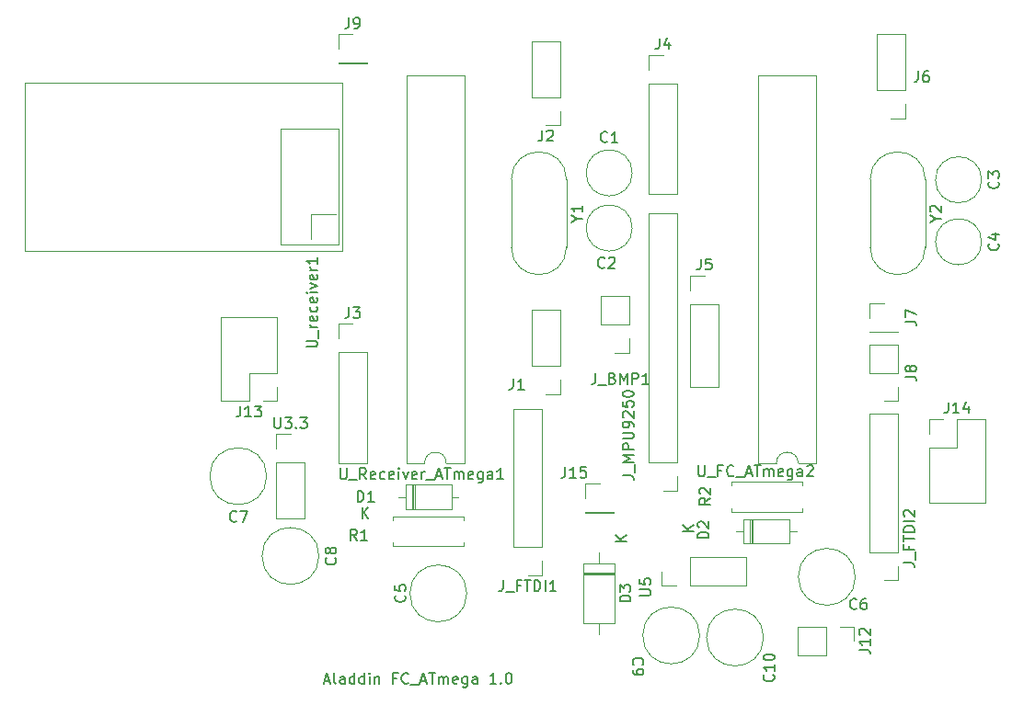
<source format=gto>
G04 #@! TF.GenerationSoftware,KiCad,Pcbnew,(5.1.4)-1*
G04 #@! TF.CreationDate,2020-08-26T09:44:50+02:00*
G04 #@! TF.ProjectId,flight_controler,666c6967-6874-45f6-936f-6e74726f6c65,rev?*
G04 #@! TF.SameCoordinates,Original*
G04 #@! TF.FileFunction,Legend,Top*
G04 #@! TF.FilePolarity,Positive*
%FSLAX46Y46*%
G04 Gerber Fmt 4.6, Leading zero omitted, Abs format (unit mm)*
G04 Created by KiCad (PCBNEW (5.1.4)-1) date 2020-08-26 09:44:50*
%MOMM*%
%LPD*%
G04 APERTURE LIST*
%ADD10C,0.150000*%
%ADD11C,0.120000*%
G04 APERTURE END LIST*
D10*
X176483452Y-138215666D02*
X176959642Y-138215666D01*
X176388214Y-138501380D02*
X176721547Y-137501380D01*
X177054880Y-138501380D01*
X177531071Y-138501380D02*
X177435833Y-138453761D01*
X177388214Y-138358523D01*
X177388214Y-137501380D01*
X178340595Y-138501380D02*
X178340595Y-137977571D01*
X178292976Y-137882333D01*
X178197738Y-137834714D01*
X178007261Y-137834714D01*
X177912023Y-137882333D01*
X178340595Y-138453761D02*
X178245357Y-138501380D01*
X178007261Y-138501380D01*
X177912023Y-138453761D01*
X177864404Y-138358523D01*
X177864404Y-138263285D01*
X177912023Y-138168047D01*
X178007261Y-138120428D01*
X178245357Y-138120428D01*
X178340595Y-138072809D01*
X179245357Y-138501380D02*
X179245357Y-137501380D01*
X179245357Y-138453761D02*
X179150119Y-138501380D01*
X178959642Y-138501380D01*
X178864404Y-138453761D01*
X178816785Y-138406142D01*
X178769166Y-138310904D01*
X178769166Y-138025190D01*
X178816785Y-137929952D01*
X178864404Y-137882333D01*
X178959642Y-137834714D01*
X179150119Y-137834714D01*
X179245357Y-137882333D01*
X180150119Y-138501380D02*
X180150119Y-137501380D01*
X180150119Y-138453761D02*
X180054880Y-138501380D01*
X179864404Y-138501380D01*
X179769166Y-138453761D01*
X179721547Y-138406142D01*
X179673928Y-138310904D01*
X179673928Y-138025190D01*
X179721547Y-137929952D01*
X179769166Y-137882333D01*
X179864404Y-137834714D01*
X180054880Y-137834714D01*
X180150119Y-137882333D01*
X180626309Y-138501380D02*
X180626309Y-137834714D01*
X180626309Y-137501380D02*
X180578690Y-137549000D01*
X180626309Y-137596619D01*
X180673928Y-137549000D01*
X180626309Y-137501380D01*
X180626309Y-137596619D01*
X181102500Y-137834714D02*
X181102500Y-138501380D01*
X181102500Y-137929952D02*
X181150119Y-137882333D01*
X181245357Y-137834714D01*
X181388214Y-137834714D01*
X181483452Y-137882333D01*
X181531071Y-137977571D01*
X181531071Y-138501380D01*
X183102500Y-137977571D02*
X182769166Y-137977571D01*
X182769166Y-138501380D02*
X182769166Y-137501380D01*
X183245357Y-137501380D01*
X184197738Y-138406142D02*
X184150119Y-138453761D01*
X184007261Y-138501380D01*
X183912023Y-138501380D01*
X183769166Y-138453761D01*
X183673928Y-138358523D01*
X183626309Y-138263285D01*
X183578690Y-138072809D01*
X183578690Y-137929952D01*
X183626309Y-137739476D01*
X183673928Y-137644238D01*
X183769166Y-137549000D01*
X183912023Y-137501380D01*
X184007261Y-137501380D01*
X184150119Y-137549000D01*
X184197738Y-137596619D01*
X184388214Y-138596619D02*
X185150119Y-138596619D01*
X185340595Y-138215666D02*
X185816785Y-138215666D01*
X185245357Y-138501380D02*
X185578690Y-137501380D01*
X185912023Y-138501380D01*
X186102500Y-137501380D02*
X186673928Y-137501380D01*
X186388214Y-138501380D02*
X186388214Y-137501380D01*
X187007261Y-138501380D02*
X187007261Y-137834714D01*
X187007261Y-137929952D02*
X187054880Y-137882333D01*
X187150119Y-137834714D01*
X187292976Y-137834714D01*
X187388214Y-137882333D01*
X187435833Y-137977571D01*
X187435833Y-138501380D01*
X187435833Y-137977571D02*
X187483452Y-137882333D01*
X187578690Y-137834714D01*
X187721547Y-137834714D01*
X187816785Y-137882333D01*
X187864404Y-137977571D01*
X187864404Y-138501380D01*
X188721547Y-138453761D02*
X188626309Y-138501380D01*
X188435833Y-138501380D01*
X188340595Y-138453761D01*
X188292976Y-138358523D01*
X188292976Y-137977571D01*
X188340595Y-137882333D01*
X188435833Y-137834714D01*
X188626309Y-137834714D01*
X188721547Y-137882333D01*
X188769166Y-137977571D01*
X188769166Y-138072809D01*
X188292976Y-138168047D01*
X189626309Y-137834714D02*
X189626309Y-138644238D01*
X189578690Y-138739476D01*
X189531071Y-138787095D01*
X189435833Y-138834714D01*
X189292976Y-138834714D01*
X189197738Y-138787095D01*
X189626309Y-138453761D02*
X189531071Y-138501380D01*
X189340595Y-138501380D01*
X189245357Y-138453761D01*
X189197738Y-138406142D01*
X189150119Y-138310904D01*
X189150119Y-138025190D01*
X189197738Y-137929952D01*
X189245357Y-137882333D01*
X189340595Y-137834714D01*
X189531071Y-137834714D01*
X189626309Y-137882333D01*
X190531071Y-138501380D02*
X190531071Y-137977571D01*
X190483452Y-137882333D01*
X190388214Y-137834714D01*
X190197738Y-137834714D01*
X190102500Y-137882333D01*
X190531071Y-138453761D02*
X190435833Y-138501380D01*
X190197738Y-138501380D01*
X190102500Y-138453761D01*
X190054880Y-138358523D01*
X190054880Y-138263285D01*
X190102500Y-138168047D01*
X190197738Y-138120428D01*
X190435833Y-138120428D01*
X190531071Y-138072809D01*
X192292976Y-138501380D02*
X191721547Y-138501380D01*
X192007261Y-138501380D02*
X192007261Y-137501380D01*
X191912023Y-137644238D01*
X191816785Y-137739476D01*
X191721547Y-137787095D01*
X192721547Y-138406142D02*
X192769166Y-138453761D01*
X192721547Y-138501380D01*
X192673928Y-138453761D01*
X192721547Y-138406142D01*
X192721547Y-138501380D01*
X193388214Y-137501380D02*
X193483452Y-137501380D01*
X193578690Y-137549000D01*
X193626309Y-137596619D01*
X193673928Y-137691857D01*
X193721547Y-137882333D01*
X193721547Y-138120428D01*
X193673928Y-138310904D01*
X193626309Y-138406142D01*
X193578690Y-138453761D01*
X193483452Y-138501380D01*
X193388214Y-138501380D01*
X193292976Y-138453761D01*
X193245357Y-138406142D01*
X193197738Y-138310904D01*
X193150119Y-138120428D01*
X193150119Y-137882333D01*
X193197738Y-137691857D01*
X193245357Y-137596619D01*
X193292976Y-137549000D01*
X193388214Y-137501380D01*
D11*
X200473000Y-120082000D02*
X201803000Y-120082000D01*
X200473000Y-121412000D02*
X200473000Y-120082000D01*
X200473000Y-122682000D02*
X203133000Y-122682000D01*
X203133000Y-122682000D02*
X203133000Y-122742000D01*
X200473000Y-122682000D02*
X200473000Y-122742000D01*
X200473000Y-122742000D02*
X203133000Y-122742000D01*
X203209500Y-128235000D02*
X200269500Y-128235000D01*
X203209500Y-128475000D02*
X200269500Y-128475000D01*
X203209500Y-128355000D02*
X200269500Y-128355000D01*
X201739500Y-133915000D02*
X201739500Y-132895000D01*
X201739500Y-126435000D02*
X201739500Y-127455000D01*
X203209500Y-132895000D02*
X203209500Y-127455000D01*
X200269500Y-132895000D02*
X203209500Y-132895000D01*
X200269500Y-127455000D02*
X200269500Y-132895000D01*
X203209500Y-127455000D02*
X200269500Y-127455000D01*
X198740000Y-92035000D02*
X198740000Y-98285000D01*
X193690000Y-92035000D02*
X193690000Y-98285000D01*
X193690000Y-92035000D02*
G75*
G02X198740000Y-92035000I2525000J0D01*
G01*
X193690000Y-98285000D02*
G75*
G03X198740000Y-98285000I2525000J0D01*
G01*
X210125000Y-111185000D02*
X212785000Y-111185000D01*
X210125000Y-103505000D02*
X210125000Y-111185000D01*
X212785000Y-103505000D02*
X212785000Y-111185000D01*
X210125000Y-103505000D02*
X212785000Y-103505000D01*
X210125000Y-102235000D02*
X210125000Y-100905000D01*
X210125000Y-100905000D02*
X211455000Y-100905000D01*
X204800000Y-91440000D02*
G75*
G03X204800000Y-91440000I-2120000J0D01*
G01*
X204800000Y-96520000D02*
G75*
G03X204800000Y-96520000I-2120000J0D01*
G01*
X236955000Y-92075000D02*
G75*
G03X236955000Y-92075000I-2120000J0D01*
G01*
X236955000Y-97790000D02*
G75*
G03X236955000Y-97790000I-2120000J0D01*
G01*
X189580000Y-130175000D02*
G75*
G03X189580000Y-130175000I-2620000J0D01*
G01*
X225330500Y-128651000D02*
G75*
G03X225330500Y-128651000I-2620000J0D01*
G01*
X171165000Y-119380000D02*
G75*
G03X171165000Y-119380000I-2620000J0D01*
G01*
X175975000Y-126730000D02*
G75*
G03X175975000Y-126730000I-2620000J0D01*
G01*
X211011000Y-134048500D02*
G75*
G03X211011000Y-134048500I-2620000J0D01*
G01*
X216885000Y-134239000D02*
G75*
G03X216885000Y-134239000I-2620000J0D01*
G01*
X184535000Y-120165000D02*
X184535000Y-122405000D01*
X184775000Y-120165000D02*
X184775000Y-122405000D01*
X184655000Y-120165000D02*
X184655000Y-122405000D01*
X188825000Y-121285000D02*
X188175000Y-121285000D01*
X183285000Y-121285000D02*
X183935000Y-121285000D01*
X188175000Y-120165000D02*
X183935000Y-120165000D01*
X188175000Y-122405000D02*
X188175000Y-120165000D01*
X183935000Y-122405000D02*
X188175000Y-122405000D01*
X183935000Y-120165000D02*
X183935000Y-122405000D01*
X215050000Y-123340000D02*
X215050000Y-125580000D01*
X215050000Y-125580000D02*
X219290000Y-125580000D01*
X219290000Y-125580000D02*
X219290000Y-123340000D01*
X219290000Y-123340000D02*
X215050000Y-123340000D01*
X214400000Y-124460000D02*
X215050000Y-124460000D01*
X219940000Y-124460000D02*
X219290000Y-124460000D01*
X215770000Y-123340000D02*
X215770000Y-125580000D01*
X215890000Y-123340000D02*
X215890000Y-125580000D01*
X215650000Y-123340000D02*
X215650000Y-125580000D01*
X198180000Y-104080000D02*
X195520000Y-104080000D01*
X198180000Y-109220000D02*
X198180000Y-104080000D01*
X195520000Y-109220000D02*
X195520000Y-104080000D01*
X198180000Y-109220000D02*
X195520000Y-109220000D01*
X198180000Y-110490000D02*
X198180000Y-111820000D01*
X198180000Y-111820000D02*
X196850000Y-111820000D01*
X198180000Y-87055000D02*
X196850000Y-87055000D01*
X198180000Y-85725000D02*
X198180000Y-87055000D01*
X198180000Y-84455000D02*
X195520000Y-84455000D01*
X195520000Y-84455000D02*
X195520000Y-79315000D01*
X198180000Y-84455000D02*
X198180000Y-79315000D01*
X198180000Y-79315000D02*
X195520000Y-79315000D01*
X177740000Y-105350000D02*
X179070000Y-105350000D01*
X177740000Y-106680000D02*
X177740000Y-105350000D01*
X177740000Y-107950000D02*
X180400000Y-107950000D01*
X180400000Y-107950000D02*
X180400000Y-118170000D01*
X177740000Y-107950000D02*
X177740000Y-118170000D01*
X177740000Y-118170000D02*
X180400000Y-118170000D01*
X206315000Y-93405000D02*
X208975000Y-93405000D01*
X206315000Y-83185000D02*
X206315000Y-93405000D01*
X208975000Y-83185000D02*
X208975000Y-93405000D01*
X206315000Y-83185000D02*
X208975000Y-83185000D01*
X206315000Y-81915000D02*
X206315000Y-80585000D01*
X206315000Y-80585000D02*
X207645000Y-80585000D01*
X229930000Y-78680000D02*
X227270000Y-78680000D01*
X229930000Y-83820000D02*
X229930000Y-78680000D01*
X227270000Y-83820000D02*
X227270000Y-78680000D01*
X229930000Y-83820000D02*
X227270000Y-83820000D01*
X229930000Y-85090000D02*
X229930000Y-86420000D01*
X229930000Y-86420000D02*
X228600000Y-86420000D01*
X226635000Y-106105000D02*
X229295000Y-106105000D01*
X226635000Y-106045000D02*
X226635000Y-106105000D01*
X229295000Y-106045000D02*
X229295000Y-106105000D01*
X226635000Y-106045000D02*
X229295000Y-106045000D01*
X226635000Y-104775000D02*
X226635000Y-103445000D01*
X226635000Y-103445000D02*
X227965000Y-103445000D01*
X229295000Y-107255000D02*
X226635000Y-107255000D01*
X229295000Y-109855000D02*
X229295000Y-107255000D01*
X226635000Y-109855000D02*
X226635000Y-107255000D01*
X229295000Y-109855000D02*
X226635000Y-109855000D01*
X229295000Y-111125000D02*
X229295000Y-112455000D01*
X229295000Y-112455000D02*
X227965000Y-112455000D01*
X177740000Y-78680000D02*
X179070000Y-78680000D01*
X177740000Y-80010000D02*
X177740000Y-78680000D01*
X177740000Y-81280000D02*
X180400000Y-81280000D01*
X180400000Y-81280000D02*
X180400000Y-81340000D01*
X177740000Y-81280000D02*
X177740000Y-81340000D01*
X177740000Y-81340000D02*
X180400000Y-81340000D01*
X225231000Y-133226500D02*
X225231000Y-134556500D01*
X223901000Y-133226500D02*
X225231000Y-133226500D01*
X222631000Y-133226500D02*
X222631000Y-135886500D01*
X222631000Y-135886500D02*
X220031000Y-135886500D01*
X222631000Y-133226500D02*
X220031000Y-133226500D01*
X220031000Y-133226500D02*
X220031000Y-135886500D01*
X172145000Y-112455000D02*
X170815000Y-112455000D01*
X172145000Y-111125000D02*
X172145000Y-112455000D01*
X169545000Y-112455000D02*
X166945000Y-112455000D01*
X169545000Y-109855000D02*
X169545000Y-112455000D01*
X172145000Y-109855000D02*
X169545000Y-109855000D01*
X166945000Y-112455000D02*
X166945000Y-104715000D01*
X172145000Y-109855000D02*
X172145000Y-104715000D01*
X172145000Y-104715000D02*
X166945000Y-104715000D01*
X232096000Y-121853000D02*
X237296000Y-121853000D01*
X232096000Y-116713000D02*
X232096000Y-121853000D01*
X237296000Y-114113000D02*
X237296000Y-121853000D01*
X232096000Y-116713000D02*
X234696000Y-116713000D01*
X234696000Y-116713000D02*
X234696000Y-114113000D01*
X234696000Y-114113000D02*
X237296000Y-114113000D01*
X232096000Y-115443000D02*
X232096000Y-114113000D01*
X232096000Y-114113000D02*
X233426000Y-114113000D01*
X204530000Y-102810000D02*
X201870000Y-102810000D01*
X204530000Y-105410000D02*
X204530000Y-102810000D01*
X201870000Y-105410000D02*
X201870000Y-102810000D01*
X204530000Y-105410000D02*
X201870000Y-105410000D01*
X204530000Y-106680000D02*
X204530000Y-108010000D01*
X204530000Y-108010000D02*
X203200000Y-108010000D01*
X196529000Y-113160500D02*
X193869000Y-113160500D01*
X196529000Y-125920500D02*
X196529000Y-113160500D01*
X193869000Y-125920500D02*
X193869000Y-113160500D01*
X196529000Y-125920500D02*
X193869000Y-125920500D01*
X196529000Y-127190500D02*
X196529000Y-128520500D01*
X196529000Y-128520500D02*
X195199000Y-128520500D01*
X229295000Y-128965000D02*
X227965000Y-128965000D01*
X229295000Y-127635000D02*
X229295000Y-128965000D01*
X229295000Y-126365000D02*
X226635000Y-126365000D01*
X226635000Y-126365000D02*
X226635000Y-113605000D01*
X229295000Y-126365000D02*
X229295000Y-113605000D01*
X229295000Y-113605000D02*
X226635000Y-113605000D01*
X208975000Y-95190000D02*
X206315000Y-95190000D01*
X208975000Y-118110000D02*
X208975000Y-95190000D01*
X206315000Y-118110000D02*
X206315000Y-95190000D01*
X208975000Y-118110000D02*
X206315000Y-118110000D01*
X208975000Y-119380000D02*
X208975000Y-120710000D01*
X208975000Y-120710000D02*
X207645000Y-120710000D01*
X189325000Y-125500000D02*
X189325000Y-125830000D01*
X189325000Y-125830000D02*
X182785000Y-125830000D01*
X182785000Y-125830000D02*
X182785000Y-125500000D01*
X189325000Y-123420000D02*
X189325000Y-123090000D01*
X189325000Y-123090000D02*
X182785000Y-123090000D01*
X182785000Y-123090000D02*
X182785000Y-123420000D01*
X220440000Y-122655000D02*
X220440000Y-122325000D01*
X213900000Y-122655000D02*
X220440000Y-122655000D01*
X213900000Y-122325000D02*
X213900000Y-122655000D01*
X220440000Y-119915000D02*
X220440000Y-120245000D01*
X213900000Y-119915000D02*
X220440000Y-119915000D01*
X213900000Y-120245000D02*
X213900000Y-119915000D01*
X172025000Y-123250000D02*
X174685000Y-123250000D01*
X172025000Y-118110000D02*
X172025000Y-123250000D01*
X174685000Y-118110000D02*
X174685000Y-123250000D01*
X172025000Y-118110000D02*
X174685000Y-118110000D01*
X172025000Y-116840000D02*
X172025000Y-115510000D01*
X172025000Y-115510000D02*
X173355000Y-115510000D01*
X207521500Y-129473000D02*
X207521500Y-128143000D01*
X208851500Y-129473000D02*
X207521500Y-129473000D01*
X210121500Y-129473000D02*
X210121500Y-126813000D01*
X210121500Y-126813000D02*
X215261500Y-126813000D01*
X210121500Y-129473000D02*
X215261500Y-129473000D01*
X215261500Y-129473000D02*
X215261500Y-126813000D01*
X218075000Y-118170000D02*
G75*
G02X220075000Y-118170000I1000000J0D01*
G01*
X220075000Y-118170000D02*
X221725000Y-118170000D01*
X221725000Y-118170000D02*
X221725000Y-82490000D01*
X221725000Y-82490000D02*
X216425000Y-82490000D01*
X216425000Y-82490000D02*
X216425000Y-118170000D01*
X216425000Y-118170000D02*
X218075000Y-118170000D01*
X177800000Y-98044000D02*
X172466000Y-98044000D01*
X172466000Y-98044000D02*
X172466000Y-87376000D01*
X172466000Y-87376000D02*
X177800000Y-87376000D01*
X177800000Y-87376000D02*
X177800000Y-87376000D01*
X175260000Y-97536000D02*
X175260000Y-95250000D01*
X175260000Y-95250000D02*
X177546000Y-95250000D01*
X177546000Y-95250000D02*
X177546000Y-95250000D01*
X178130000Y-98620000D02*
X148930000Y-98620000D01*
X148930000Y-98620000D02*
X148930000Y-83170000D01*
X148930000Y-83170000D02*
X178130000Y-83170000D01*
X178130000Y-83170000D02*
X178130000Y-98620000D01*
X178130000Y-98620000D02*
X178130000Y-98620000D01*
X177800000Y-87376000D02*
X177800000Y-98044000D01*
X177800000Y-98044000D02*
X177800000Y-98044000D01*
X184040000Y-118170000D02*
X185690000Y-118170000D01*
X184040000Y-82490000D02*
X184040000Y-118170000D01*
X189340000Y-82490000D02*
X184040000Y-82490000D01*
X189340000Y-118170000D02*
X189340000Y-82490000D01*
X187690000Y-118170000D02*
X189340000Y-118170000D01*
X185690000Y-118170000D02*
G75*
G02X187690000Y-118170000I1000000J0D01*
G01*
X226710000Y-98285000D02*
G75*
G03X231760000Y-98285000I2525000J0D01*
G01*
X226710000Y-92035000D02*
G75*
G02X231760000Y-92035000I2525000J0D01*
G01*
X226710000Y-92035000D02*
X226710000Y-98285000D01*
X231760000Y-92035000D02*
X231760000Y-98285000D01*
D10*
X198643976Y-118514880D02*
X198643976Y-119229166D01*
X198596357Y-119372023D01*
X198501119Y-119467261D01*
X198358261Y-119514880D01*
X198263023Y-119514880D01*
X199643976Y-119514880D02*
X199072547Y-119514880D01*
X199358261Y-119514880D02*
X199358261Y-118514880D01*
X199263023Y-118657738D01*
X199167785Y-118752976D01*
X199072547Y-118800595D01*
X200548738Y-118514880D02*
X200072547Y-118514880D01*
X200024928Y-118991071D01*
X200072547Y-118943452D01*
X200167785Y-118895833D01*
X200405880Y-118895833D01*
X200501119Y-118943452D01*
X200548738Y-118991071D01*
X200596357Y-119086309D01*
X200596357Y-119324404D01*
X200548738Y-119419642D01*
X200501119Y-119467261D01*
X200405880Y-119514880D01*
X200167785Y-119514880D01*
X200072547Y-119467261D01*
X200024928Y-119419642D01*
X204661880Y-130913095D02*
X203661880Y-130913095D01*
X203661880Y-130675000D01*
X203709500Y-130532142D01*
X203804738Y-130436904D01*
X203899976Y-130389285D01*
X204090452Y-130341666D01*
X204233309Y-130341666D01*
X204423785Y-130389285D01*
X204519023Y-130436904D01*
X204614261Y-130532142D01*
X204661880Y-130675000D01*
X204661880Y-130913095D01*
X203661880Y-130008333D02*
X203661880Y-129389285D01*
X204042833Y-129722619D01*
X204042833Y-129579761D01*
X204090452Y-129484523D01*
X204138071Y-129436904D01*
X204233309Y-129389285D01*
X204471404Y-129389285D01*
X204566642Y-129436904D01*
X204614261Y-129484523D01*
X204661880Y-129579761D01*
X204661880Y-129865476D01*
X204614261Y-129960714D01*
X204566642Y-130008333D01*
X204291880Y-125356904D02*
X203291880Y-125356904D01*
X204291880Y-124785476D02*
X203720452Y-125214047D01*
X203291880Y-124785476D02*
X203863309Y-125356904D01*
X199716190Y-95636190D02*
X200192380Y-95636190D01*
X199192380Y-95969523D02*
X199716190Y-95636190D01*
X199192380Y-95302857D01*
X200192380Y-94445714D02*
X200192380Y-95017142D01*
X200192380Y-94731428D02*
X199192380Y-94731428D01*
X199335238Y-94826666D01*
X199430476Y-94921904D01*
X199478095Y-95017142D01*
X211121666Y-99357380D02*
X211121666Y-100071666D01*
X211074047Y-100214523D01*
X210978809Y-100309761D01*
X210835952Y-100357380D01*
X210740714Y-100357380D01*
X212074047Y-99357380D02*
X211597857Y-99357380D01*
X211550238Y-99833571D01*
X211597857Y-99785952D01*
X211693095Y-99738333D01*
X211931190Y-99738333D01*
X212026428Y-99785952D01*
X212074047Y-99833571D01*
X212121666Y-99928809D01*
X212121666Y-100166904D01*
X212074047Y-100262142D01*
X212026428Y-100309761D01*
X211931190Y-100357380D01*
X211693095Y-100357380D01*
X211597857Y-100309761D01*
X211550238Y-100262142D01*
X202513333Y-88547142D02*
X202465714Y-88594761D01*
X202322857Y-88642380D01*
X202227619Y-88642380D01*
X202084761Y-88594761D01*
X201989523Y-88499523D01*
X201941904Y-88404285D01*
X201894285Y-88213809D01*
X201894285Y-88070952D01*
X201941904Y-87880476D01*
X201989523Y-87785238D01*
X202084761Y-87690000D01*
X202227619Y-87642380D01*
X202322857Y-87642380D01*
X202465714Y-87690000D01*
X202513333Y-87737619D01*
X203465714Y-88642380D02*
X202894285Y-88642380D01*
X203180000Y-88642380D02*
X203180000Y-87642380D01*
X203084761Y-87785238D01*
X202989523Y-87880476D01*
X202894285Y-87928095D01*
X202271333Y-100115642D02*
X202223714Y-100163261D01*
X202080857Y-100210880D01*
X201985619Y-100210880D01*
X201842761Y-100163261D01*
X201747523Y-100068023D01*
X201699904Y-99972785D01*
X201652285Y-99782309D01*
X201652285Y-99639452D01*
X201699904Y-99448976D01*
X201747523Y-99353738D01*
X201842761Y-99258500D01*
X201985619Y-99210880D01*
X202080857Y-99210880D01*
X202223714Y-99258500D01*
X202271333Y-99306119D01*
X202652285Y-99306119D02*
X202699904Y-99258500D01*
X202795142Y-99210880D01*
X203033238Y-99210880D01*
X203128476Y-99258500D01*
X203176095Y-99306119D01*
X203223714Y-99401357D01*
X203223714Y-99496595D01*
X203176095Y-99639452D01*
X202604666Y-100210880D01*
X203223714Y-100210880D01*
X238482142Y-92241666D02*
X238529761Y-92289285D01*
X238577380Y-92432142D01*
X238577380Y-92527380D01*
X238529761Y-92670238D01*
X238434523Y-92765476D01*
X238339285Y-92813095D01*
X238148809Y-92860714D01*
X238005952Y-92860714D01*
X237815476Y-92813095D01*
X237720238Y-92765476D01*
X237625000Y-92670238D01*
X237577380Y-92527380D01*
X237577380Y-92432142D01*
X237625000Y-92289285D01*
X237672619Y-92241666D01*
X237577380Y-91908333D02*
X237577380Y-91289285D01*
X237958333Y-91622619D01*
X237958333Y-91479761D01*
X238005952Y-91384523D01*
X238053571Y-91336904D01*
X238148809Y-91289285D01*
X238386904Y-91289285D01*
X238482142Y-91336904D01*
X238529761Y-91384523D01*
X238577380Y-91479761D01*
X238577380Y-91765476D01*
X238529761Y-91860714D01*
X238482142Y-91908333D01*
X238482142Y-97956666D02*
X238529761Y-98004285D01*
X238577380Y-98147142D01*
X238577380Y-98242380D01*
X238529761Y-98385238D01*
X238434523Y-98480476D01*
X238339285Y-98528095D01*
X238148809Y-98575714D01*
X238005952Y-98575714D01*
X237815476Y-98528095D01*
X237720238Y-98480476D01*
X237625000Y-98385238D01*
X237577380Y-98242380D01*
X237577380Y-98147142D01*
X237625000Y-98004285D01*
X237672619Y-97956666D01*
X237910714Y-97099523D02*
X238577380Y-97099523D01*
X237529761Y-97337619D02*
X238244047Y-97575714D01*
X238244047Y-96956666D01*
X183872142Y-130341666D02*
X183919761Y-130389285D01*
X183967380Y-130532142D01*
X183967380Y-130627380D01*
X183919761Y-130770238D01*
X183824523Y-130865476D01*
X183729285Y-130913095D01*
X183538809Y-130960714D01*
X183395952Y-130960714D01*
X183205476Y-130913095D01*
X183110238Y-130865476D01*
X183015000Y-130770238D01*
X182967380Y-130627380D01*
X182967380Y-130532142D01*
X183015000Y-130389285D01*
X183062619Y-130341666D01*
X182967380Y-129436904D02*
X182967380Y-129913095D01*
X183443571Y-129960714D01*
X183395952Y-129913095D01*
X183348333Y-129817857D01*
X183348333Y-129579761D01*
X183395952Y-129484523D01*
X183443571Y-129436904D01*
X183538809Y-129389285D01*
X183776904Y-129389285D01*
X183872142Y-129436904D01*
X183919761Y-129484523D01*
X183967380Y-129579761D01*
X183967380Y-129817857D01*
X183919761Y-129913095D01*
X183872142Y-129960714D01*
X225448833Y-131548142D02*
X225401214Y-131595761D01*
X225258357Y-131643380D01*
X225163119Y-131643380D01*
X225020261Y-131595761D01*
X224925023Y-131500523D01*
X224877404Y-131405285D01*
X224829785Y-131214809D01*
X224829785Y-131071952D01*
X224877404Y-130881476D01*
X224925023Y-130786238D01*
X225020261Y-130691000D01*
X225163119Y-130643380D01*
X225258357Y-130643380D01*
X225401214Y-130691000D01*
X225448833Y-130738619D01*
X226305976Y-130643380D02*
X226115500Y-130643380D01*
X226020261Y-130691000D01*
X225972642Y-130738619D01*
X225877404Y-130881476D01*
X225829785Y-131071952D01*
X225829785Y-131452904D01*
X225877404Y-131548142D01*
X225925023Y-131595761D01*
X226020261Y-131643380D01*
X226210738Y-131643380D01*
X226305976Y-131595761D01*
X226353595Y-131548142D01*
X226401214Y-131452904D01*
X226401214Y-131214809D01*
X226353595Y-131119571D01*
X226305976Y-131071952D01*
X226210738Y-131024333D01*
X226020261Y-131024333D01*
X225925023Y-131071952D01*
X225877404Y-131119571D01*
X225829785Y-131214809D01*
X168378333Y-123487142D02*
X168330714Y-123534761D01*
X168187857Y-123582380D01*
X168092619Y-123582380D01*
X167949761Y-123534761D01*
X167854523Y-123439523D01*
X167806904Y-123344285D01*
X167759285Y-123153809D01*
X167759285Y-123010952D01*
X167806904Y-122820476D01*
X167854523Y-122725238D01*
X167949761Y-122630000D01*
X168092619Y-122582380D01*
X168187857Y-122582380D01*
X168330714Y-122630000D01*
X168378333Y-122677619D01*
X168711666Y-122582380D02*
X169378333Y-122582380D01*
X168949761Y-123582380D01*
X177462142Y-126896666D02*
X177509761Y-126944285D01*
X177557380Y-127087142D01*
X177557380Y-127182380D01*
X177509761Y-127325238D01*
X177414523Y-127420476D01*
X177319285Y-127468095D01*
X177128809Y-127515714D01*
X176985952Y-127515714D01*
X176795476Y-127468095D01*
X176700238Y-127420476D01*
X176605000Y-127325238D01*
X176557380Y-127182380D01*
X176557380Y-127087142D01*
X176605000Y-126944285D01*
X176652619Y-126896666D01*
X176985952Y-126325238D02*
X176938333Y-126420476D01*
X176890714Y-126468095D01*
X176795476Y-126515714D01*
X176747857Y-126515714D01*
X176652619Y-126468095D01*
X176605000Y-126420476D01*
X176557380Y-126325238D01*
X176557380Y-126134761D01*
X176605000Y-126039523D01*
X176652619Y-125991904D01*
X176747857Y-125944285D01*
X176795476Y-125944285D01*
X176890714Y-125991904D01*
X176938333Y-126039523D01*
X176985952Y-126134761D01*
X176985952Y-126325238D01*
X177033571Y-126420476D01*
X177081190Y-126468095D01*
X177176428Y-126515714D01*
X177366904Y-126515714D01*
X177462142Y-126468095D01*
X177509761Y-126420476D01*
X177557380Y-126325238D01*
X177557380Y-126134761D01*
X177509761Y-126039523D01*
X177462142Y-125991904D01*
X177366904Y-125944285D01*
X177176428Y-125944285D01*
X177081190Y-125991904D01*
X177033571Y-126039523D01*
X176985952Y-126134761D01*
X204938357Y-136739333D02*
X204890738Y-136691714D01*
X204843119Y-136548857D01*
X204843119Y-136453619D01*
X204890738Y-136310761D01*
X204985976Y-136215523D01*
X205081214Y-136167904D01*
X205271690Y-136120285D01*
X205414547Y-136120285D01*
X205605023Y-136167904D01*
X205700261Y-136215523D01*
X205795500Y-136310761D01*
X205843119Y-136453619D01*
X205843119Y-136548857D01*
X205795500Y-136691714D01*
X205747880Y-136739333D01*
X204843119Y-137215523D02*
X204843119Y-137406000D01*
X204890738Y-137501238D01*
X204938357Y-137548857D01*
X205081214Y-137644095D01*
X205271690Y-137691714D01*
X205652642Y-137691714D01*
X205747880Y-137644095D01*
X205795500Y-137596476D01*
X205843119Y-137501238D01*
X205843119Y-137310761D01*
X205795500Y-137215523D01*
X205747880Y-137167904D01*
X205652642Y-137120285D01*
X205414547Y-137120285D01*
X205319309Y-137167904D01*
X205271690Y-137215523D01*
X205224071Y-137310761D01*
X205224071Y-137501238D01*
X205271690Y-137596476D01*
X205319309Y-137644095D01*
X205414547Y-137691714D01*
X217781142Y-137675857D02*
X217828761Y-137723476D01*
X217876380Y-137866333D01*
X217876380Y-137961571D01*
X217828761Y-138104428D01*
X217733523Y-138199666D01*
X217638285Y-138247285D01*
X217447809Y-138294904D01*
X217304952Y-138294904D01*
X217114476Y-138247285D01*
X217019238Y-138199666D01*
X216924000Y-138104428D01*
X216876380Y-137961571D01*
X216876380Y-137866333D01*
X216924000Y-137723476D01*
X216971619Y-137675857D01*
X217876380Y-136723476D02*
X217876380Y-137294904D01*
X217876380Y-137009190D02*
X216876380Y-137009190D01*
X217019238Y-137104428D01*
X217114476Y-137199666D01*
X217162095Y-137294904D01*
X216876380Y-136104428D02*
X216876380Y-136009190D01*
X216924000Y-135913952D01*
X216971619Y-135866333D01*
X217066857Y-135818714D01*
X217257333Y-135771095D01*
X217495428Y-135771095D01*
X217685904Y-135818714D01*
X217781142Y-135866333D01*
X217828761Y-135913952D01*
X217876380Y-136009190D01*
X217876380Y-136104428D01*
X217828761Y-136199666D01*
X217781142Y-136247285D01*
X217685904Y-136294904D01*
X217495428Y-136342523D01*
X217257333Y-136342523D01*
X217066857Y-136294904D01*
X216971619Y-136247285D01*
X216924000Y-136199666D01*
X216876380Y-136104428D01*
X179538404Y-121737380D02*
X179538404Y-120737380D01*
X179776500Y-120737380D01*
X179919357Y-120785000D01*
X180014595Y-120880238D01*
X180062214Y-120975476D01*
X180109833Y-121165952D01*
X180109833Y-121308809D01*
X180062214Y-121499285D01*
X180014595Y-121594523D01*
X179919357Y-121689761D01*
X179776500Y-121737380D01*
X179538404Y-121737380D01*
X181062214Y-121737380D02*
X180490785Y-121737380D01*
X180776500Y-121737380D02*
X180776500Y-120737380D01*
X180681261Y-120880238D01*
X180586023Y-120975476D01*
X180490785Y-121023095D01*
X179951095Y-123261380D02*
X179951095Y-122261380D01*
X180522523Y-123261380D02*
X180093952Y-122689952D01*
X180522523Y-122261380D02*
X179951095Y-122832809D01*
X211843880Y-125071095D02*
X210843880Y-125071095D01*
X210843880Y-124833000D01*
X210891500Y-124690142D01*
X210986738Y-124594904D01*
X211081976Y-124547285D01*
X211272452Y-124499666D01*
X211415309Y-124499666D01*
X211605785Y-124547285D01*
X211701023Y-124594904D01*
X211796261Y-124690142D01*
X211843880Y-124833000D01*
X211843880Y-125071095D01*
X210939119Y-124118714D02*
X210891500Y-124071095D01*
X210843880Y-123975857D01*
X210843880Y-123737761D01*
X210891500Y-123642523D01*
X210939119Y-123594904D01*
X211034357Y-123547285D01*
X211129595Y-123547285D01*
X211272452Y-123594904D01*
X211843880Y-124166333D01*
X211843880Y-123547285D01*
X210446880Y-124467904D02*
X209446880Y-124467904D01*
X210446880Y-123896476D02*
X209875452Y-124325047D01*
X209446880Y-123896476D02*
X210018309Y-124467904D01*
X193849666Y-110386880D02*
X193849666Y-111101166D01*
X193802047Y-111244023D01*
X193706809Y-111339261D01*
X193563952Y-111386880D01*
X193468714Y-111386880D01*
X194849666Y-111386880D02*
X194278238Y-111386880D01*
X194563952Y-111386880D02*
X194563952Y-110386880D01*
X194468714Y-110529738D01*
X194373476Y-110624976D01*
X194278238Y-110672595D01*
X196516666Y-87507380D02*
X196516666Y-88221666D01*
X196469047Y-88364523D01*
X196373809Y-88459761D01*
X196230952Y-88507380D01*
X196135714Y-88507380D01*
X196945238Y-87602619D02*
X196992857Y-87555000D01*
X197088095Y-87507380D01*
X197326190Y-87507380D01*
X197421428Y-87555000D01*
X197469047Y-87602619D01*
X197516666Y-87697857D01*
X197516666Y-87793095D01*
X197469047Y-87935952D01*
X196897619Y-88507380D01*
X197516666Y-88507380D01*
X178736666Y-103802380D02*
X178736666Y-104516666D01*
X178689047Y-104659523D01*
X178593809Y-104754761D01*
X178450952Y-104802380D01*
X178355714Y-104802380D01*
X179117619Y-103802380D02*
X179736666Y-103802380D01*
X179403333Y-104183333D01*
X179546190Y-104183333D01*
X179641428Y-104230952D01*
X179689047Y-104278571D01*
X179736666Y-104373809D01*
X179736666Y-104611904D01*
X179689047Y-104707142D01*
X179641428Y-104754761D01*
X179546190Y-104802380D01*
X179260476Y-104802380D01*
X179165238Y-104754761D01*
X179117619Y-104707142D01*
X207311666Y-79037380D02*
X207311666Y-79751666D01*
X207264047Y-79894523D01*
X207168809Y-79989761D01*
X207025952Y-80037380D01*
X206930714Y-80037380D01*
X208216428Y-79370714D02*
X208216428Y-80037380D01*
X207978333Y-78989761D02*
X207740238Y-79704047D01*
X208359285Y-79704047D01*
X231124166Y-82065880D02*
X231124166Y-82780166D01*
X231076547Y-82923023D01*
X230981309Y-83018261D01*
X230838452Y-83065880D01*
X230743214Y-83065880D01*
X232028928Y-82065880D02*
X231838452Y-82065880D01*
X231743214Y-82113500D01*
X231695595Y-82161119D01*
X231600357Y-82303976D01*
X231552738Y-82494452D01*
X231552738Y-82875404D01*
X231600357Y-82970642D01*
X231647976Y-83018261D01*
X231743214Y-83065880D01*
X231933690Y-83065880D01*
X232028928Y-83018261D01*
X232076547Y-82970642D01*
X232124166Y-82875404D01*
X232124166Y-82637309D01*
X232076547Y-82542071D01*
X232028928Y-82494452D01*
X231933690Y-82446833D01*
X231743214Y-82446833D01*
X231647976Y-82494452D01*
X231600357Y-82542071D01*
X231552738Y-82637309D01*
X229957380Y-105108333D02*
X230671666Y-105108333D01*
X230814523Y-105155952D01*
X230909761Y-105251190D01*
X230957380Y-105394047D01*
X230957380Y-105489285D01*
X229957380Y-104727380D02*
X229957380Y-104060714D01*
X230957380Y-104489285D01*
X229957380Y-110188333D02*
X230671666Y-110188333D01*
X230814523Y-110235952D01*
X230909761Y-110331190D01*
X230957380Y-110474047D01*
X230957380Y-110569285D01*
X230385952Y-109569285D02*
X230338333Y-109664523D01*
X230290714Y-109712142D01*
X230195476Y-109759761D01*
X230147857Y-109759761D01*
X230052619Y-109712142D01*
X230005000Y-109664523D01*
X229957380Y-109569285D01*
X229957380Y-109378809D01*
X230005000Y-109283571D01*
X230052619Y-109235952D01*
X230147857Y-109188333D01*
X230195476Y-109188333D01*
X230290714Y-109235952D01*
X230338333Y-109283571D01*
X230385952Y-109378809D01*
X230385952Y-109569285D01*
X230433571Y-109664523D01*
X230481190Y-109712142D01*
X230576428Y-109759761D01*
X230766904Y-109759761D01*
X230862142Y-109712142D01*
X230909761Y-109664523D01*
X230957380Y-109569285D01*
X230957380Y-109378809D01*
X230909761Y-109283571D01*
X230862142Y-109235952D01*
X230766904Y-109188333D01*
X230576428Y-109188333D01*
X230481190Y-109235952D01*
X230433571Y-109283571D01*
X230385952Y-109378809D01*
X178736666Y-77132380D02*
X178736666Y-77846666D01*
X178689047Y-77989523D01*
X178593809Y-78084761D01*
X178450952Y-78132380D01*
X178355714Y-78132380D01*
X179260476Y-78132380D02*
X179450952Y-78132380D01*
X179546190Y-78084761D01*
X179593809Y-78037142D01*
X179689047Y-77894285D01*
X179736666Y-77703809D01*
X179736666Y-77322857D01*
X179689047Y-77227619D01*
X179641428Y-77180000D01*
X179546190Y-77132380D01*
X179355714Y-77132380D01*
X179260476Y-77180000D01*
X179212857Y-77227619D01*
X179165238Y-77322857D01*
X179165238Y-77560952D01*
X179212857Y-77656190D01*
X179260476Y-77703809D01*
X179355714Y-77751428D01*
X179546190Y-77751428D01*
X179641428Y-77703809D01*
X179689047Y-77656190D01*
X179736666Y-77560952D01*
X225683380Y-135366023D02*
X226397666Y-135366023D01*
X226540523Y-135413642D01*
X226635761Y-135508880D01*
X226683380Y-135651738D01*
X226683380Y-135746976D01*
X226683380Y-134366023D02*
X226683380Y-134937452D01*
X226683380Y-134651738D02*
X225683380Y-134651738D01*
X225826238Y-134746976D01*
X225921476Y-134842214D01*
X225969095Y-134937452D01*
X225778619Y-133985071D02*
X225731000Y-133937452D01*
X225683380Y-133842214D01*
X225683380Y-133604119D01*
X225731000Y-133508880D01*
X225778619Y-133461261D01*
X225873857Y-133413642D01*
X225969095Y-133413642D01*
X226111952Y-133461261D01*
X226683380Y-134032690D01*
X226683380Y-133413642D01*
X168735476Y-112907380D02*
X168735476Y-113621666D01*
X168687857Y-113764523D01*
X168592619Y-113859761D01*
X168449761Y-113907380D01*
X168354523Y-113907380D01*
X169735476Y-113907380D02*
X169164047Y-113907380D01*
X169449761Y-113907380D02*
X169449761Y-112907380D01*
X169354523Y-113050238D01*
X169259285Y-113145476D01*
X169164047Y-113193095D01*
X170068809Y-112907380D02*
X170687857Y-112907380D01*
X170354523Y-113288333D01*
X170497380Y-113288333D01*
X170592619Y-113335952D01*
X170640238Y-113383571D01*
X170687857Y-113478809D01*
X170687857Y-113716904D01*
X170640238Y-113812142D01*
X170592619Y-113859761D01*
X170497380Y-113907380D01*
X170211666Y-113907380D01*
X170116428Y-113859761D01*
X170068809Y-113812142D01*
X233886476Y-112565380D02*
X233886476Y-113279666D01*
X233838857Y-113422523D01*
X233743619Y-113517761D01*
X233600761Y-113565380D01*
X233505523Y-113565380D01*
X234886476Y-113565380D02*
X234315047Y-113565380D01*
X234600761Y-113565380D02*
X234600761Y-112565380D01*
X234505523Y-112708238D01*
X234410285Y-112803476D01*
X234315047Y-112851095D01*
X235743619Y-112898714D02*
X235743619Y-113565380D01*
X235505523Y-112517761D02*
X235267428Y-113232047D01*
X235886476Y-113232047D01*
X201422285Y-109878880D02*
X201422285Y-110593166D01*
X201374666Y-110736023D01*
X201279428Y-110831261D01*
X201136571Y-110878880D01*
X201041333Y-110878880D01*
X201660380Y-110974119D02*
X202422285Y-110974119D01*
X202993714Y-110355071D02*
X203136571Y-110402690D01*
X203184190Y-110450309D01*
X203231809Y-110545547D01*
X203231809Y-110688404D01*
X203184190Y-110783642D01*
X203136571Y-110831261D01*
X203041333Y-110878880D01*
X202660380Y-110878880D01*
X202660380Y-109878880D01*
X202993714Y-109878880D01*
X203088952Y-109926500D01*
X203136571Y-109974119D01*
X203184190Y-110069357D01*
X203184190Y-110164595D01*
X203136571Y-110259833D01*
X203088952Y-110307452D01*
X202993714Y-110355071D01*
X202660380Y-110355071D01*
X203660380Y-110878880D02*
X203660380Y-109878880D01*
X203993714Y-110593166D01*
X204327047Y-109878880D01*
X204327047Y-110878880D01*
X204803238Y-110878880D02*
X204803238Y-109878880D01*
X205184190Y-109878880D01*
X205279428Y-109926500D01*
X205327047Y-109974119D01*
X205374666Y-110069357D01*
X205374666Y-110212214D01*
X205327047Y-110307452D01*
X205279428Y-110355071D01*
X205184190Y-110402690D01*
X204803238Y-110402690D01*
X206327047Y-110878880D02*
X205755619Y-110878880D01*
X206041333Y-110878880D02*
X206041333Y-109878880D01*
X205946095Y-110021738D01*
X205850857Y-110116976D01*
X205755619Y-110164595D01*
X192937095Y-128972880D02*
X192937095Y-129687166D01*
X192889476Y-129830023D01*
X192794238Y-129925261D01*
X192651380Y-129972880D01*
X192556142Y-129972880D01*
X193175190Y-130068119D02*
X193937095Y-130068119D01*
X194508523Y-129449071D02*
X194175190Y-129449071D01*
X194175190Y-129972880D02*
X194175190Y-128972880D01*
X194651380Y-128972880D01*
X194889476Y-128972880D02*
X195460904Y-128972880D01*
X195175190Y-129972880D02*
X195175190Y-128972880D01*
X195794238Y-129972880D02*
X195794238Y-128972880D01*
X196032333Y-128972880D01*
X196175190Y-129020500D01*
X196270428Y-129115738D01*
X196318047Y-129210976D01*
X196365666Y-129401452D01*
X196365666Y-129544309D01*
X196318047Y-129734785D01*
X196270428Y-129830023D01*
X196175190Y-129925261D01*
X196032333Y-129972880D01*
X195794238Y-129972880D01*
X196794238Y-129972880D02*
X196794238Y-128972880D01*
X197794238Y-129972880D02*
X197222809Y-129972880D01*
X197508523Y-129972880D02*
X197508523Y-128972880D01*
X197413285Y-129115738D01*
X197318047Y-129210976D01*
X197222809Y-129258595D01*
X229766880Y-127356904D02*
X230481166Y-127356904D01*
X230624023Y-127404523D01*
X230719261Y-127499761D01*
X230766880Y-127642619D01*
X230766880Y-127737857D01*
X230862119Y-127118809D02*
X230862119Y-126356904D01*
X230243071Y-125785476D02*
X230243071Y-126118809D01*
X230766880Y-126118809D02*
X229766880Y-126118809D01*
X229766880Y-125642619D01*
X229766880Y-125404523D02*
X229766880Y-124833095D01*
X230766880Y-125118809D02*
X229766880Y-125118809D01*
X230766880Y-124499761D02*
X229766880Y-124499761D01*
X229766880Y-124261666D01*
X229814500Y-124118809D01*
X229909738Y-124023571D01*
X230004976Y-123975952D01*
X230195452Y-123928333D01*
X230338309Y-123928333D01*
X230528785Y-123975952D01*
X230624023Y-124023571D01*
X230719261Y-124118809D01*
X230766880Y-124261666D01*
X230766880Y-124499761D01*
X230766880Y-123499761D02*
X229766880Y-123499761D01*
X229862119Y-123071190D02*
X229814500Y-123023571D01*
X229766880Y-122928333D01*
X229766880Y-122690238D01*
X229814500Y-122595000D01*
X229862119Y-122547380D01*
X229957357Y-122499761D01*
X230052595Y-122499761D01*
X230195452Y-122547380D01*
X230766880Y-123118809D01*
X230766880Y-122499761D01*
X203922380Y-119308095D02*
X204636666Y-119308095D01*
X204779523Y-119355714D01*
X204874761Y-119450952D01*
X204922380Y-119593809D01*
X204922380Y-119689047D01*
X205017619Y-119070000D02*
X205017619Y-118308095D01*
X204922380Y-118070000D02*
X203922380Y-118070000D01*
X204636666Y-117736666D01*
X203922380Y-117403333D01*
X204922380Y-117403333D01*
X204922380Y-116927142D02*
X203922380Y-116927142D01*
X203922380Y-116546190D01*
X203970000Y-116450952D01*
X204017619Y-116403333D01*
X204112857Y-116355714D01*
X204255714Y-116355714D01*
X204350952Y-116403333D01*
X204398571Y-116450952D01*
X204446190Y-116546190D01*
X204446190Y-116927142D01*
X203922380Y-115927142D02*
X204731904Y-115927142D01*
X204827142Y-115879523D01*
X204874761Y-115831904D01*
X204922380Y-115736666D01*
X204922380Y-115546190D01*
X204874761Y-115450952D01*
X204827142Y-115403333D01*
X204731904Y-115355714D01*
X203922380Y-115355714D01*
X204922380Y-114831904D02*
X204922380Y-114641428D01*
X204874761Y-114546190D01*
X204827142Y-114498571D01*
X204684285Y-114403333D01*
X204493809Y-114355714D01*
X204112857Y-114355714D01*
X204017619Y-114403333D01*
X203970000Y-114450952D01*
X203922380Y-114546190D01*
X203922380Y-114736666D01*
X203970000Y-114831904D01*
X204017619Y-114879523D01*
X204112857Y-114927142D01*
X204350952Y-114927142D01*
X204446190Y-114879523D01*
X204493809Y-114831904D01*
X204541428Y-114736666D01*
X204541428Y-114546190D01*
X204493809Y-114450952D01*
X204446190Y-114403333D01*
X204350952Y-114355714D01*
X204017619Y-113974761D02*
X203970000Y-113927142D01*
X203922380Y-113831904D01*
X203922380Y-113593809D01*
X203970000Y-113498571D01*
X204017619Y-113450952D01*
X204112857Y-113403333D01*
X204208095Y-113403333D01*
X204350952Y-113450952D01*
X204922380Y-114022380D01*
X204922380Y-113403333D01*
X203922380Y-112498571D02*
X203922380Y-112974761D01*
X204398571Y-113022380D01*
X204350952Y-112974761D01*
X204303333Y-112879523D01*
X204303333Y-112641428D01*
X204350952Y-112546190D01*
X204398571Y-112498571D01*
X204493809Y-112450952D01*
X204731904Y-112450952D01*
X204827142Y-112498571D01*
X204874761Y-112546190D01*
X204922380Y-112641428D01*
X204922380Y-112879523D01*
X204874761Y-112974761D01*
X204827142Y-113022380D01*
X203922380Y-111831904D02*
X203922380Y-111736666D01*
X203970000Y-111641428D01*
X204017619Y-111593809D01*
X204112857Y-111546190D01*
X204303333Y-111498571D01*
X204541428Y-111498571D01*
X204731904Y-111546190D01*
X204827142Y-111593809D01*
X204874761Y-111641428D01*
X204922380Y-111736666D01*
X204922380Y-111831904D01*
X204874761Y-111927142D01*
X204827142Y-111974761D01*
X204731904Y-112022380D01*
X204541428Y-112070000D01*
X204303333Y-112070000D01*
X204112857Y-112022380D01*
X204017619Y-111974761D01*
X203970000Y-111927142D01*
X203922380Y-111831904D01*
X179474833Y-125293380D02*
X179141500Y-124817190D01*
X178903404Y-125293380D02*
X178903404Y-124293380D01*
X179284357Y-124293380D01*
X179379595Y-124341000D01*
X179427214Y-124388619D01*
X179474833Y-124483857D01*
X179474833Y-124626714D01*
X179427214Y-124721952D01*
X179379595Y-124769571D01*
X179284357Y-124817190D01*
X178903404Y-124817190D01*
X180427214Y-125293380D02*
X179855785Y-125293380D01*
X180141500Y-125293380D02*
X180141500Y-124293380D01*
X180046261Y-124436238D01*
X179951023Y-124531476D01*
X179855785Y-124579095D01*
X211970880Y-121388166D02*
X211494690Y-121721500D01*
X211970880Y-121959595D02*
X210970880Y-121959595D01*
X210970880Y-121578642D01*
X211018500Y-121483404D01*
X211066119Y-121435785D01*
X211161357Y-121388166D01*
X211304214Y-121388166D01*
X211399452Y-121435785D01*
X211447071Y-121483404D01*
X211494690Y-121578642D01*
X211494690Y-121959595D01*
X211066119Y-121007214D02*
X211018500Y-120959595D01*
X210970880Y-120864357D01*
X210970880Y-120626261D01*
X211018500Y-120531023D01*
X211066119Y-120483404D01*
X211161357Y-120435785D01*
X211256595Y-120435785D01*
X211399452Y-120483404D01*
X211970880Y-121054833D01*
X211970880Y-120435785D01*
X171878809Y-113962380D02*
X171878809Y-114771904D01*
X171926428Y-114867142D01*
X171974047Y-114914761D01*
X172069285Y-114962380D01*
X172259761Y-114962380D01*
X172355000Y-114914761D01*
X172402619Y-114867142D01*
X172450238Y-114771904D01*
X172450238Y-113962380D01*
X172831190Y-113962380D02*
X173450238Y-113962380D01*
X173116904Y-114343333D01*
X173259761Y-114343333D01*
X173355000Y-114390952D01*
X173402619Y-114438571D01*
X173450238Y-114533809D01*
X173450238Y-114771904D01*
X173402619Y-114867142D01*
X173355000Y-114914761D01*
X173259761Y-114962380D01*
X172974047Y-114962380D01*
X172878809Y-114914761D01*
X172831190Y-114867142D01*
X173878809Y-114867142D02*
X173926428Y-114914761D01*
X173878809Y-114962380D01*
X173831190Y-114914761D01*
X173878809Y-114867142D01*
X173878809Y-114962380D01*
X174259761Y-113962380D02*
X174878809Y-113962380D01*
X174545476Y-114343333D01*
X174688333Y-114343333D01*
X174783571Y-114390952D01*
X174831190Y-114438571D01*
X174878809Y-114533809D01*
X174878809Y-114771904D01*
X174831190Y-114867142D01*
X174783571Y-114914761D01*
X174688333Y-114962380D01*
X174402619Y-114962380D01*
X174307380Y-114914761D01*
X174259761Y-114867142D01*
X205509880Y-130365404D02*
X206319404Y-130365404D01*
X206414642Y-130317785D01*
X206462261Y-130270166D01*
X206509880Y-130174928D01*
X206509880Y-129984452D01*
X206462261Y-129889214D01*
X206414642Y-129841595D01*
X206319404Y-129793976D01*
X205509880Y-129793976D01*
X205509880Y-128841595D02*
X205509880Y-129317785D01*
X205986071Y-129365404D01*
X205938452Y-129317785D01*
X205890833Y-129222547D01*
X205890833Y-128984452D01*
X205938452Y-128889214D01*
X205986071Y-128841595D01*
X206081309Y-128793976D01*
X206319404Y-128793976D01*
X206414642Y-128841595D01*
X206462261Y-128889214D01*
X206509880Y-128984452D01*
X206509880Y-129222547D01*
X206462261Y-129317785D01*
X206414642Y-129365404D01*
X210892095Y-118387880D02*
X210892095Y-119197404D01*
X210939714Y-119292642D01*
X210987333Y-119340261D01*
X211082571Y-119387880D01*
X211273047Y-119387880D01*
X211368285Y-119340261D01*
X211415904Y-119292642D01*
X211463523Y-119197404D01*
X211463523Y-118387880D01*
X211701619Y-119483119D02*
X212463523Y-119483119D01*
X213034952Y-118864071D02*
X212701619Y-118864071D01*
X212701619Y-119387880D02*
X212701619Y-118387880D01*
X213177809Y-118387880D01*
X214130190Y-119292642D02*
X214082571Y-119340261D01*
X213939714Y-119387880D01*
X213844476Y-119387880D01*
X213701619Y-119340261D01*
X213606380Y-119245023D01*
X213558761Y-119149785D01*
X213511142Y-118959309D01*
X213511142Y-118816452D01*
X213558761Y-118625976D01*
X213606380Y-118530738D01*
X213701619Y-118435500D01*
X213844476Y-118387880D01*
X213939714Y-118387880D01*
X214082571Y-118435500D01*
X214130190Y-118483119D01*
X214320666Y-119483119D02*
X215082571Y-119483119D01*
X215273047Y-119102166D02*
X215749238Y-119102166D01*
X215177809Y-119387880D02*
X215511142Y-118387880D01*
X215844476Y-119387880D01*
X216034952Y-118387880D02*
X216606380Y-118387880D01*
X216320666Y-119387880D02*
X216320666Y-118387880D01*
X216939714Y-119387880D02*
X216939714Y-118721214D01*
X216939714Y-118816452D02*
X216987333Y-118768833D01*
X217082571Y-118721214D01*
X217225428Y-118721214D01*
X217320666Y-118768833D01*
X217368285Y-118864071D01*
X217368285Y-119387880D01*
X217368285Y-118864071D02*
X217415904Y-118768833D01*
X217511142Y-118721214D01*
X217654000Y-118721214D01*
X217749238Y-118768833D01*
X217796857Y-118864071D01*
X217796857Y-119387880D01*
X218654000Y-119340261D02*
X218558761Y-119387880D01*
X218368285Y-119387880D01*
X218273047Y-119340261D01*
X218225428Y-119245023D01*
X218225428Y-118864071D01*
X218273047Y-118768833D01*
X218368285Y-118721214D01*
X218558761Y-118721214D01*
X218654000Y-118768833D01*
X218701619Y-118864071D01*
X218701619Y-118959309D01*
X218225428Y-119054547D01*
X219558761Y-118721214D02*
X219558761Y-119530738D01*
X219511142Y-119625976D01*
X219463523Y-119673595D01*
X219368285Y-119721214D01*
X219225428Y-119721214D01*
X219130190Y-119673595D01*
X219558761Y-119340261D02*
X219463523Y-119387880D01*
X219273047Y-119387880D01*
X219177809Y-119340261D01*
X219130190Y-119292642D01*
X219082571Y-119197404D01*
X219082571Y-118911690D01*
X219130190Y-118816452D01*
X219177809Y-118768833D01*
X219273047Y-118721214D01*
X219463523Y-118721214D01*
X219558761Y-118768833D01*
X220463523Y-119387880D02*
X220463523Y-118864071D01*
X220415904Y-118768833D01*
X220320666Y-118721214D01*
X220130190Y-118721214D01*
X220034952Y-118768833D01*
X220463523Y-119340261D02*
X220368285Y-119387880D01*
X220130190Y-119387880D01*
X220034952Y-119340261D01*
X219987333Y-119245023D01*
X219987333Y-119149785D01*
X220034952Y-119054547D01*
X220130190Y-119006928D01*
X220368285Y-119006928D01*
X220463523Y-118959309D01*
X220892095Y-118483119D02*
X220939714Y-118435500D01*
X221034952Y-118387880D01*
X221273047Y-118387880D01*
X221368285Y-118435500D01*
X221415904Y-118483119D01*
X221463523Y-118578357D01*
X221463523Y-118673595D01*
X221415904Y-118816452D01*
X220844476Y-119387880D01*
X221463523Y-119387880D01*
X174839380Y-107473238D02*
X175648904Y-107473238D01*
X175744142Y-107425619D01*
X175791761Y-107378000D01*
X175839380Y-107282761D01*
X175839380Y-107092285D01*
X175791761Y-106997047D01*
X175744142Y-106949428D01*
X175648904Y-106901809D01*
X174839380Y-106901809D01*
X175934619Y-106663714D02*
X175934619Y-105901809D01*
X175839380Y-105663714D02*
X175172714Y-105663714D01*
X175363190Y-105663714D02*
X175267952Y-105616095D01*
X175220333Y-105568476D01*
X175172714Y-105473238D01*
X175172714Y-105378000D01*
X175791761Y-104663714D02*
X175839380Y-104758952D01*
X175839380Y-104949428D01*
X175791761Y-105044666D01*
X175696523Y-105092285D01*
X175315571Y-105092285D01*
X175220333Y-105044666D01*
X175172714Y-104949428D01*
X175172714Y-104758952D01*
X175220333Y-104663714D01*
X175315571Y-104616095D01*
X175410809Y-104616095D01*
X175506047Y-105092285D01*
X175791761Y-103758952D02*
X175839380Y-103854190D01*
X175839380Y-104044666D01*
X175791761Y-104139904D01*
X175744142Y-104187523D01*
X175648904Y-104235142D01*
X175363190Y-104235142D01*
X175267952Y-104187523D01*
X175220333Y-104139904D01*
X175172714Y-104044666D01*
X175172714Y-103854190D01*
X175220333Y-103758952D01*
X175791761Y-102949428D02*
X175839380Y-103044666D01*
X175839380Y-103235142D01*
X175791761Y-103330380D01*
X175696523Y-103378000D01*
X175315571Y-103378000D01*
X175220333Y-103330380D01*
X175172714Y-103235142D01*
X175172714Y-103044666D01*
X175220333Y-102949428D01*
X175315571Y-102901809D01*
X175410809Y-102901809D01*
X175506047Y-103378000D01*
X175839380Y-102473238D02*
X175172714Y-102473238D01*
X174839380Y-102473238D02*
X174887000Y-102520857D01*
X174934619Y-102473238D01*
X174887000Y-102425619D01*
X174839380Y-102473238D01*
X174934619Y-102473238D01*
X175172714Y-102092285D02*
X175839380Y-101854190D01*
X175172714Y-101616095D01*
X175791761Y-100854190D02*
X175839380Y-100949428D01*
X175839380Y-101139904D01*
X175791761Y-101235142D01*
X175696523Y-101282761D01*
X175315571Y-101282761D01*
X175220333Y-101235142D01*
X175172714Y-101139904D01*
X175172714Y-100949428D01*
X175220333Y-100854190D01*
X175315571Y-100806571D01*
X175410809Y-100806571D01*
X175506047Y-101282761D01*
X175839380Y-100378000D02*
X175172714Y-100378000D01*
X175363190Y-100378000D02*
X175267952Y-100330380D01*
X175220333Y-100282761D01*
X175172714Y-100187523D01*
X175172714Y-100092285D01*
X175839380Y-99235142D02*
X175839380Y-99806571D01*
X175839380Y-99520857D02*
X174839380Y-99520857D01*
X174982238Y-99616095D01*
X175077476Y-99711333D01*
X175125095Y-99806571D01*
X177943809Y-118641880D02*
X177943809Y-119451404D01*
X177991428Y-119546642D01*
X178039047Y-119594261D01*
X178134285Y-119641880D01*
X178324761Y-119641880D01*
X178419999Y-119594261D01*
X178467619Y-119546642D01*
X178515238Y-119451404D01*
X178515238Y-118641880D01*
X178753333Y-119737119D02*
X179515238Y-119737119D01*
X180324761Y-119641880D02*
X179991428Y-119165690D01*
X179753333Y-119641880D02*
X179753333Y-118641880D01*
X180134285Y-118641880D01*
X180229523Y-118689500D01*
X180277142Y-118737119D01*
X180324761Y-118832357D01*
X180324761Y-118975214D01*
X180277142Y-119070452D01*
X180229523Y-119118071D01*
X180134285Y-119165690D01*
X179753333Y-119165690D01*
X181134285Y-119594261D02*
X181039047Y-119641880D01*
X180848571Y-119641880D01*
X180753333Y-119594261D01*
X180705714Y-119499023D01*
X180705714Y-119118071D01*
X180753333Y-119022833D01*
X180848571Y-118975214D01*
X181039047Y-118975214D01*
X181134285Y-119022833D01*
X181181904Y-119118071D01*
X181181904Y-119213309D01*
X180705714Y-119308547D01*
X182039047Y-119594261D02*
X181943809Y-119641880D01*
X181753333Y-119641880D01*
X181658095Y-119594261D01*
X181610476Y-119546642D01*
X181562857Y-119451404D01*
X181562857Y-119165690D01*
X181610476Y-119070452D01*
X181658095Y-119022833D01*
X181753333Y-118975214D01*
X181943809Y-118975214D01*
X182039047Y-119022833D01*
X182848571Y-119594261D02*
X182753333Y-119641880D01*
X182562857Y-119641880D01*
X182467619Y-119594261D01*
X182419999Y-119499023D01*
X182419999Y-119118071D01*
X182467619Y-119022833D01*
X182562857Y-118975214D01*
X182753333Y-118975214D01*
X182848571Y-119022833D01*
X182896190Y-119118071D01*
X182896190Y-119213309D01*
X182419999Y-119308547D01*
X183324761Y-119641880D02*
X183324761Y-118975214D01*
X183324761Y-118641880D02*
X183277142Y-118689500D01*
X183324761Y-118737119D01*
X183372380Y-118689500D01*
X183324761Y-118641880D01*
X183324761Y-118737119D01*
X183705714Y-118975214D02*
X183943809Y-119641880D01*
X184181904Y-118975214D01*
X184943809Y-119594261D02*
X184848571Y-119641880D01*
X184658095Y-119641880D01*
X184562857Y-119594261D01*
X184515238Y-119499023D01*
X184515238Y-119118071D01*
X184562857Y-119022833D01*
X184658095Y-118975214D01*
X184848571Y-118975214D01*
X184943809Y-119022833D01*
X184991428Y-119118071D01*
X184991428Y-119213309D01*
X184515238Y-119308547D01*
X185419999Y-119641880D02*
X185419999Y-118975214D01*
X185419999Y-119165690D02*
X185467619Y-119070452D01*
X185515238Y-119022833D01*
X185610476Y-118975214D01*
X185705714Y-118975214D01*
X185800952Y-119737119D02*
X186562857Y-119737119D01*
X186753333Y-119356166D02*
X187229523Y-119356166D01*
X186658095Y-119641880D02*
X186991428Y-118641880D01*
X187324761Y-119641880D01*
X187515238Y-118641880D02*
X188086666Y-118641880D01*
X187800952Y-119641880D02*
X187800952Y-118641880D01*
X188419999Y-119641880D02*
X188419999Y-118975214D01*
X188419999Y-119070452D02*
X188467619Y-119022833D01*
X188562857Y-118975214D01*
X188705714Y-118975214D01*
X188800952Y-119022833D01*
X188848571Y-119118071D01*
X188848571Y-119641880D01*
X188848571Y-119118071D02*
X188896190Y-119022833D01*
X188991428Y-118975214D01*
X189134285Y-118975214D01*
X189229523Y-119022833D01*
X189277142Y-119118071D01*
X189277142Y-119641880D01*
X190134285Y-119594261D02*
X190039047Y-119641880D01*
X189848571Y-119641880D01*
X189753333Y-119594261D01*
X189705714Y-119499023D01*
X189705714Y-119118071D01*
X189753333Y-119022833D01*
X189848571Y-118975214D01*
X190039047Y-118975214D01*
X190134285Y-119022833D01*
X190181904Y-119118071D01*
X190181904Y-119213309D01*
X189705714Y-119308547D01*
X191039047Y-118975214D02*
X191039047Y-119784738D01*
X190991428Y-119879976D01*
X190943809Y-119927595D01*
X190848571Y-119975214D01*
X190705714Y-119975214D01*
X190610476Y-119927595D01*
X191039047Y-119594261D02*
X190943809Y-119641880D01*
X190753333Y-119641880D01*
X190658095Y-119594261D01*
X190610476Y-119546642D01*
X190562857Y-119451404D01*
X190562857Y-119165690D01*
X190610476Y-119070452D01*
X190658095Y-119022833D01*
X190753333Y-118975214D01*
X190943809Y-118975214D01*
X191039047Y-119022833D01*
X191943809Y-119641880D02*
X191943809Y-119118071D01*
X191896190Y-119022833D01*
X191800952Y-118975214D01*
X191610476Y-118975214D01*
X191515238Y-119022833D01*
X191943809Y-119594261D02*
X191848571Y-119641880D01*
X191610476Y-119641880D01*
X191515238Y-119594261D01*
X191467619Y-119499023D01*
X191467619Y-119403785D01*
X191515238Y-119308547D01*
X191610476Y-119260928D01*
X191848571Y-119260928D01*
X191943809Y-119213309D01*
X192943809Y-119641880D02*
X192372380Y-119641880D01*
X192658095Y-119641880D02*
X192658095Y-118641880D01*
X192562857Y-118784738D01*
X192467619Y-118879976D01*
X192372380Y-118927595D01*
X232736190Y-95636190D02*
X233212380Y-95636190D01*
X232212380Y-95969523D02*
X232736190Y-95636190D01*
X232212380Y-95302857D01*
X232307619Y-95017142D02*
X232260000Y-94969523D01*
X232212380Y-94874285D01*
X232212380Y-94636190D01*
X232260000Y-94540952D01*
X232307619Y-94493333D01*
X232402857Y-94445714D01*
X232498095Y-94445714D01*
X232640952Y-94493333D01*
X233212380Y-95064761D01*
X233212380Y-94445714D01*
M02*

</source>
